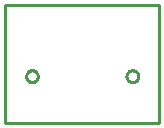
<source format=gbr>
G04 EAGLE Gerber X2 export*
%TF.Part,Single*%
%TF.FileFunction,Profile,NP*%
%TF.FilePolarity,Positive*%
%TF.GenerationSoftware,Autodesk,EAGLE,9.1.0*%
%TF.CreationDate,2020-08-17T16:38:57Z*%
G75*
%MOMM*%
%FSLAX34Y34*%
%LPD*%
%AMOC8*
5,1,8,0,0,1.08239X$1,22.5*%
G01*
%ADD10C,0.254000*%


D10*
X0Y0D02*
X130000Y0D01*
X130000Y100600D01*
X0Y100600D01*
X0Y0D01*
X27500Y39719D02*
X27500Y40281D01*
X27437Y40839D01*
X27312Y41386D01*
X27127Y41916D01*
X26883Y42422D01*
X26584Y42898D01*
X26234Y43337D01*
X25837Y43734D01*
X25398Y44084D01*
X24922Y44383D01*
X24416Y44627D01*
X23886Y44812D01*
X23339Y44937D01*
X22781Y45000D01*
X22219Y45000D01*
X21661Y44937D01*
X21114Y44812D01*
X20584Y44627D01*
X20078Y44383D01*
X19602Y44084D01*
X19163Y43734D01*
X18766Y43337D01*
X18416Y42898D01*
X18117Y42422D01*
X17873Y41916D01*
X17688Y41386D01*
X17563Y40839D01*
X17500Y40281D01*
X17500Y39719D01*
X17563Y39161D01*
X17688Y38614D01*
X17873Y38084D01*
X18117Y37578D01*
X18416Y37102D01*
X18766Y36663D01*
X19163Y36266D01*
X19602Y35916D01*
X20078Y35617D01*
X20584Y35373D01*
X21114Y35188D01*
X21661Y35063D01*
X22219Y35000D01*
X22781Y35000D01*
X23339Y35063D01*
X23886Y35188D01*
X24416Y35373D01*
X24922Y35617D01*
X25398Y35916D01*
X25837Y36266D01*
X26234Y36663D01*
X26584Y37102D01*
X26883Y37578D01*
X27127Y38084D01*
X27312Y38614D01*
X27437Y39161D01*
X27500Y39719D01*
X112500Y39719D02*
X112500Y40281D01*
X112437Y40839D01*
X112312Y41386D01*
X112127Y41916D01*
X111883Y42422D01*
X111584Y42898D01*
X111234Y43337D01*
X110837Y43734D01*
X110398Y44084D01*
X109922Y44383D01*
X109416Y44627D01*
X108886Y44812D01*
X108339Y44937D01*
X107781Y45000D01*
X107219Y45000D01*
X106661Y44937D01*
X106114Y44812D01*
X105584Y44627D01*
X105078Y44383D01*
X104602Y44084D01*
X104163Y43734D01*
X103766Y43337D01*
X103416Y42898D01*
X103117Y42422D01*
X102873Y41916D01*
X102688Y41386D01*
X102563Y40839D01*
X102500Y40281D01*
X102500Y39719D01*
X102563Y39161D01*
X102688Y38614D01*
X102873Y38084D01*
X103117Y37578D01*
X103416Y37102D01*
X103766Y36663D01*
X104163Y36266D01*
X104602Y35916D01*
X105078Y35617D01*
X105584Y35373D01*
X106114Y35188D01*
X106661Y35063D01*
X107219Y35000D01*
X107781Y35000D01*
X108339Y35063D01*
X108886Y35188D01*
X109416Y35373D01*
X109922Y35617D01*
X110398Y35916D01*
X110837Y36266D01*
X111234Y36663D01*
X111584Y37102D01*
X111883Y37578D01*
X112127Y38084D01*
X112312Y38614D01*
X112437Y39161D01*
X112500Y39719D01*
M02*

</source>
